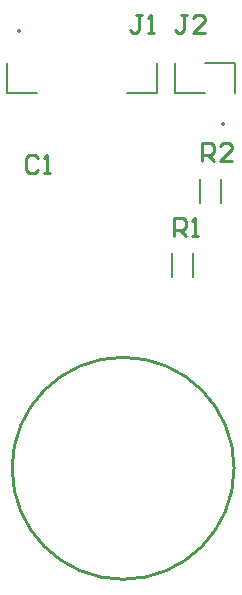
<source format=gbr>
G04*
G04 #@! TF.GenerationSoftware,Altium Limited,Altium Designer,22.4.2 (48)*
G04*
G04 Layer_Color=65535*
%FSLAX25Y25*%
%MOIN*%
G70*
G04*
G04 #@! TF.SameCoordinates,F9A4DCB5-2B7C-4553-87A1-470B5E90004D*
G04*
G04*
G04 #@! TF.FilePolarity,Positive*
G04*
G01*
G75*
%ADD10C,0.00787*%
%ADD11C,0.01000*%
%ADD12C,0.00500*%
D10*
X143409Y491744D02*
G03*
X143409Y491744I-394J0D01*
G01*
X211378Y460760D02*
G03*
X211378Y460760I-394J0D01*
G01*
X139000Y471252D02*
X149000D01*
X139000D02*
Y481252D01*
X189000Y471252D02*
Y481252D01*
X179000Y471252D02*
X189000D01*
X205000Y481252D02*
X215000D01*
Y471252D02*
Y481252D01*
X195000Y471252D02*
Y481252D01*
Y471252D02*
X205000D01*
D11*
X214720Y346000D02*
G03*
X214720Y346000I-37000J0D01*
G01*
X204100Y448300D02*
Y454298D01*
X207099D01*
X208099Y453298D01*
Y451299D01*
X207099Y450299D01*
X204100D01*
X206099D02*
X208099Y448300D01*
X214097D02*
X210098D01*
X214097Y452299D01*
Y453298D01*
X213097Y454298D01*
X211098D01*
X210098Y453298D01*
X194600Y423600D02*
Y429598D01*
X197599D01*
X198599Y428598D01*
Y426599D01*
X197599Y425599D01*
X194600D01*
X196599D02*
X198599Y423600D01*
X200598D02*
X202597D01*
X201598D01*
Y429598D01*
X200598Y428598D01*
X149499Y449298D02*
X148499Y450298D01*
X146500D01*
X145500Y449298D01*
Y445300D01*
X146500Y444300D01*
X148499D01*
X149499Y445300D01*
X151498Y444300D02*
X153497D01*
X152498D01*
Y450298D01*
X151498Y449298D01*
X184000Y496999D02*
X182001D01*
X183000D01*
Y492001D01*
X182001Y491001D01*
X181001D01*
X180001Y492001D01*
X185999Y491001D02*
X187999D01*
X186999D01*
Y496999D01*
X185999Y495999D01*
X199000Y496999D02*
X197001D01*
X198001D01*
Y492001D01*
X197001Y491001D01*
X196001D01*
X195002Y492001D01*
X204998Y491001D02*
X201000D01*
X204998Y495000D01*
Y495999D01*
X203999Y496999D01*
X201999D01*
X201000Y495999D01*
D12*
X203496Y434563D02*
Y442437D01*
X210504Y434563D02*
Y442437D01*
X193996Y409882D02*
Y417756D01*
X201004Y409882D02*
Y417756D01*
M02*

</source>
